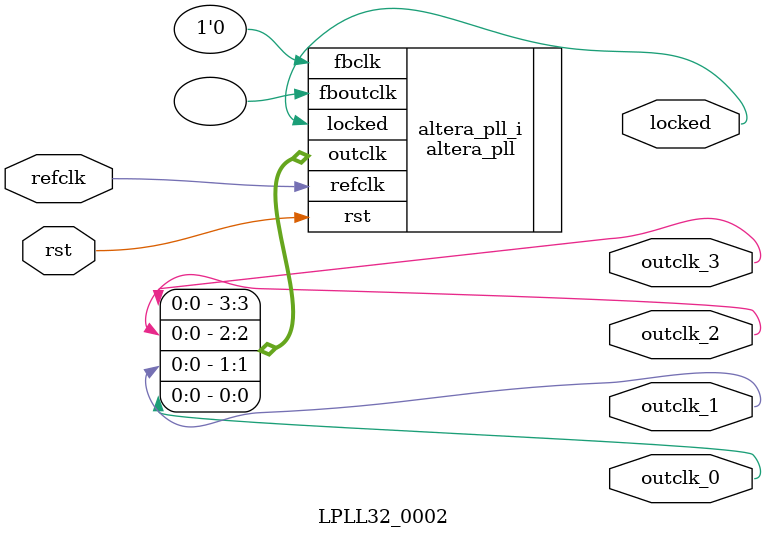
<source format=v>
`timescale 1ns/10ps
module  LPLL32_0002(

	// interface 'refclk'
	input wire refclk,

	// interface 'reset'
	input wire rst,

	// interface 'outclk0'
	output wire outclk_0,

	// interface 'outclk1'
	output wire outclk_1,

	// interface 'outclk2'
	output wire outclk_2,

	// interface 'outclk3'
	output wire outclk_3,

	// interface 'locked'
	output wire locked
);

	altera_pll #(
		.fractional_vco_multiplier("false"),
		.reference_clock_frequency("50.0 MHz"),
		.operation_mode("normal"),
		.number_of_clocks(4),
		.output_clock_frequency0("50.000000 MHz"),
		.phase_shift0("0 ps"),
		.duty_cycle0(50),
		.output_clock_frequency1("50.000000 MHz"),
		.phase_shift1("10000 ps"),
		.duty_cycle1(50),
		.output_clock_frequency2("40.000000 MHz"),
		.phase_shift2("0 ps"),
		.duty_cycle2(50),
		.output_clock_frequency3("40.000000 MHz"),
		.phase_shift3("12500 ps"),
		.duty_cycle3(50),
		.output_clock_frequency4("0 MHz"),
		.phase_shift4("0 ps"),
		.duty_cycle4(50),
		.output_clock_frequency5("0 MHz"),
		.phase_shift5("0 ps"),
		.duty_cycle5(50),
		.output_clock_frequency6("0 MHz"),
		.phase_shift6("0 ps"),
		.duty_cycle6(50),
		.output_clock_frequency7("0 MHz"),
		.phase_shift7("0 ps"),
		.duty_cycle7(50),
		.output_clock_frequency8("0 MHz"),
		.phase_shift8("0 ps"),
		.duty_cycle8(50),
		.output_clock_frequency9("0 MHz"),
		.phase_shift9("0 ps"),
		.duty_cycle9(50),
		.output_clock_frequency10("0 MHz"),
		.phase_shift10("0 ps"),
		.duty_cycle10(50),
		.output_clock_frequency11("0 MHz"),
		.phase_shift11("0 ps"),
		.duty_cycle11(50),
		.output_clock_frequency12("0 MHz"),
		.phase_shift12("0 ps"),
		.duty_cycle12(50),
		.output_clock_frequency13("0 MHz"),
		.phase_shift13("0 ps"),
		.duty_cycle13(50),
		.output_clock_frequency14("0 MHz"),
		.phase_shift14("0 ps"),
		.duty_cycle14(50),
		.output_clock_frequency15("0 MHz"),
		.phase_shift15("0 ps"),
		.duty_cycle15(50),
		.output_clock_frequency16("0 MHz"),
		.phase_shift16("0 ps"),
		.duty_cycle16(50),
		.output_clock_frequency17("0 MHz"),
		.phase_shift17("0 ps"),
		.duty_cycle17(50),
		.pll_type("General"),
		.pll_subtype("General")
	) altera_pll_i (
		.rst	(rst),
		.outclk	({outclk_3, outclk_2, outclk_1, outclk_0}),
		.locked	(locked),
		.fboutclk	( ),
		.fbclk	(1'b0),
		.refclk	(refclk)
	);
endmodule


</source>
